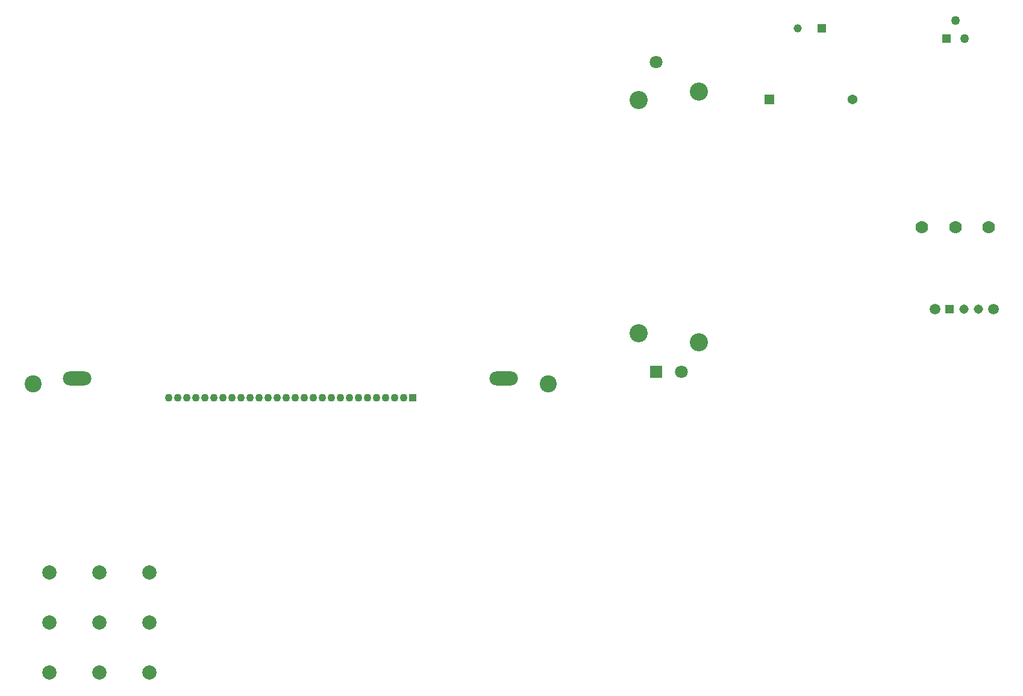
<source format=gbs>
%TF.GenerationSoftware,KiCad,Pcbnew,9.0.0*%
%TF.CreationDate,2025-04-13T23:06:23-05:00*%
%TF.ProjectId,temperature_sensor,74656d70-6572-4617-9475-72655f73656e,rev?*%
%TF.SameCoordinates,Original*%
%TF.FileFunction,Soldermask,Bot*%
%TF.FilePolarity,Negative*%
%FSLAX46Y46*%
G04 Gerber Fmt 4.6, Leading zero omitted, Abs format (unit mm)*
G04 Created by KiCad (PCBNEW 9.0.0) date 2025-04-13 23:06:23*
%MOMM*%
%LPD*%
G01*
G04 APERTURE LIST*
%ADD10C,2.400000*%
%ADD11O,4.000000X2.000000*%
%ADD12C,1.100000*%
%ADD13R,1.100000X1.100000*%
%ADD14C,2.000000*%
%ADD15C,1.778000*%
%ADD16R,1.800000X1.800000*%
%ADD17C,1.800000*%
%ADD18C,2.550000*%
%ADD19R,1.371600X1.371600*%
%ADD20C,1.371600*%
%ADD21C,1.500000*%
%ADD22R,1.308000X1.308000*%
%ADD23C,1.308000*%
%ADD24R,1.158000X1.158000*%
%ADD25C,1.158000*%
%ADD26R,1.270000X1.270000*%
%ADD27C,1.270000*%
G04 APERTURE END LIST*
D10*
%TO.C,DS1*%
X119048300Y-78497000D03*
X46648300Y-78497000D03*
D11*
X112848300Y-77707000D03*
X52848300Y-77707000D03*
D12*
X65703300Y-80447000D03*
X66973300Y-80447000D03*
X68243300Y-80447000D03*
X69513300Y-80447000D03*
X70783300Y-80447000D03*
X72053300Y-80447000D03*
X73323300Y-80447000D03*
X74593300Y-80447000D03*
X75863300Y-80447000D03*
X77133300Y-80447000D03*
X78403300Y-80447000D03*
X79673300Y-80447000D03*
X80943300Y-80447000D03*
X82213300Y-80447000D03*
X83483300Y-80447000D03*
X84753300Y-80447000D03*
X86023300Y-80447000D03*
X87293300Y-80447000D03*
X88563300Y-80447000D03*
X89833300Y-80447000D03*
X91103300Y-80447000D03*
X92373300Y-80447000D03*
X93643300Y-80447000D03*
X94913300Y-80447000D03*
X96183300Y-80447000D03*
X97453300Y-80447000D03*
X98723300Y-80447000D03*
D13*
X99993300Y-80447000D03*
%TD*%
D14*
%TO.C,TP7*%
X49000000Y-119000000D03*
%TD*%
%TO.C,TP6*%
X56000000Y-119000000D03*
%TD*%
%TO.C,TP2*%
X63000000Y-119000000D03*
%TD*%
%TO.C,TP5*%
X63000000Y-112000000D03*
%TD*%
%TO.C,TP4*%
X56000000Y-112000000D03*
%TD*%
D15*
%TO.C,SW1*%
X171599999Y-56500000D03*
X176300000Y-56500000D03*
X181000000Y-56500000D03*
%TD*%
D14*
%TO.C,TP3*%
X63000000Y-105000000D03*
%TD*%
%TO.C,TP9*%
X49000000Y-105000000D03*
%TD*%
%TO.C,TP1*%
X49000000Y-112000000D03*
%TD*%
D16*
%TO.C,R1*%
X134250000Y-76750000D03*
D17*
X137750000Y-76750000D03*
X134250000Y-33250000D03*
D18*
X131750000Y-71400000D03*
X140250000Y-72600000D03*
X131750000Y-38600000D03*
X140250000Y-37400000D03*
%TD*%
D19*
%TO.C,R3*%
X150158000Y-38500000D03*
D20*
X161842000Y-38500000D03*
%TD*%
D14*
%TO.C,TP8*%
X56000000Y-105000000D03*
%TD*%
D21*
%TO.C,S1*%
X173400000Y-68000000D03*
X181600000Y-68000000D03*
D22*
X175500000Y-68000000D03*
D23*
X177500000Y-68000000D03*
X179500000Y-68000000D03*
%TD*%
D24*
%TO.C,R2*%
X157500000Y-28500000D03*
D25*
X154100000Y-28500000D03*
%TD*%
D26*
%TO.C,U5*%
X175000000Y-30000000D03*
D27*
X176270000Y-27460000D03*
X177540000Y-30000000D03*
%TD*%
M02*

</source>
